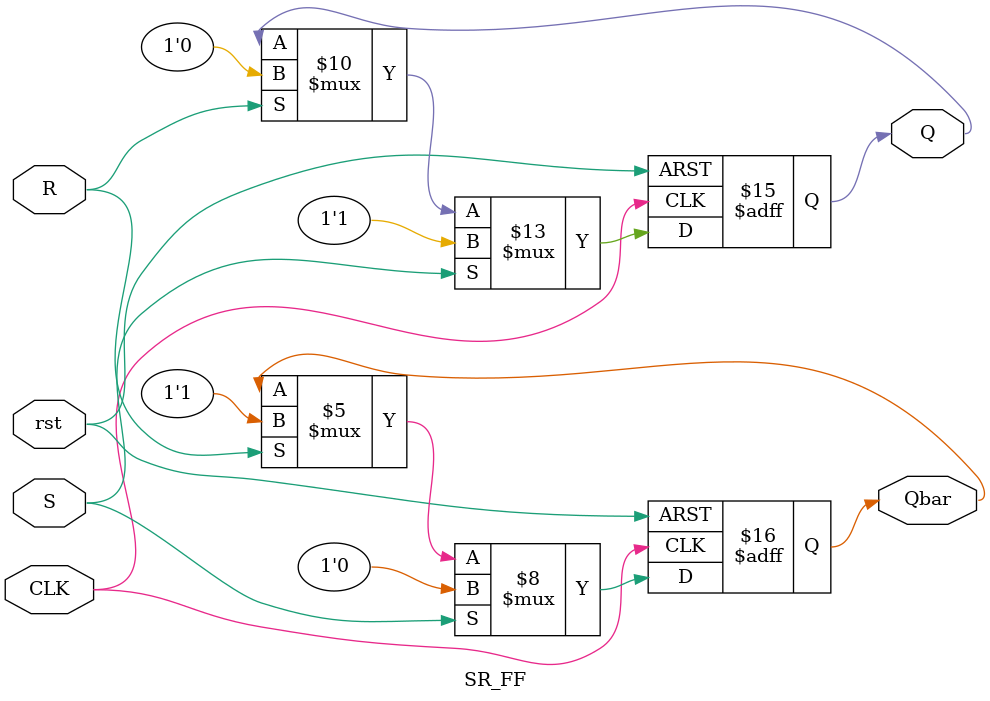
<source format=v>
`timescale 1ns/1ps

module SR_FF(
  S,
  R,
  Q,
  CLK,
  rst,
  Qbar
);

  input S,R,CLK,rst;
  output reg Q,Qbar;

  
  always @(posedge CLK,negedge rst)
  begin
        if (!rst)
        begin
            Q <= 1'b0;
            Qbar <= 1'b1;
        end
        else
        begin 
            if (S == 1'b1)
            begin
                Q <= 1'b1;
                Qbar <= 1'b0;
            end
            else if (R == 1'b1)
            begin
                Q <= 1'b0;
                Qbar <= 1'b1;
            end
        end
    end
endmodule
</source>
